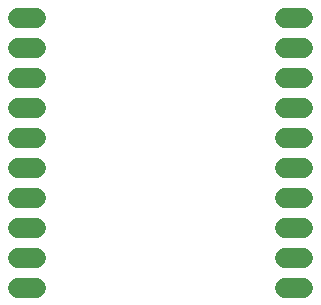
<source format=gbr>
G04 EAGLE Gerber RS-274X export*
G75*
%MOMM*%
%FSLAX34Y34*%
%LPD*%
%INSoldermask Bottom*%
%IPPOS*%
%AMOC8*
5,1,8,0,0,1.08239X$1,22.5*%
G01*
G04 Define Apertures*
%ADD10C,1.727200*%
D10*
X71120Y109196D02*
X55880Y109196D01*
X55880Y134596D02*
X71120Y134596D01*
X71120Y159996D02*
X55880Y159996D01*
X55880Y185396D02*
X71120Y185396D01*
X71120Y210796D02*
X55880Y210796D01*
X55880Y236196D02*
X71120Y236196D01*
X71120Y261596D02*
X55880Y261596D01*
X55880Y286996D02*
X71120Y286996D01*
X71120Y312396D02*
X55880Y312396D01*
X55880Y337796D02*
X71120Y337796D01*
X282280Y337796D02*
X297520Y337796D01*
X297520Y312396D02*
X282280Y312396D01*
X282280Y286996D02*
X297520Y286996D01*
X297520Y261596D02*
X282280Y261596D01*
X282280Y236196D02*
X297520Y236196D01*
X297520Y210796D02*
X282280Y210796D01*
X282280Y185396D02*
X297520Y185396D01*
X297520Y159996D02*
X282280Y159996D01*
X282280Y134596D02*
X297520Y134596D01*
X297520Y109196D02*
X282280Y109196D01*
M02*

</source>
